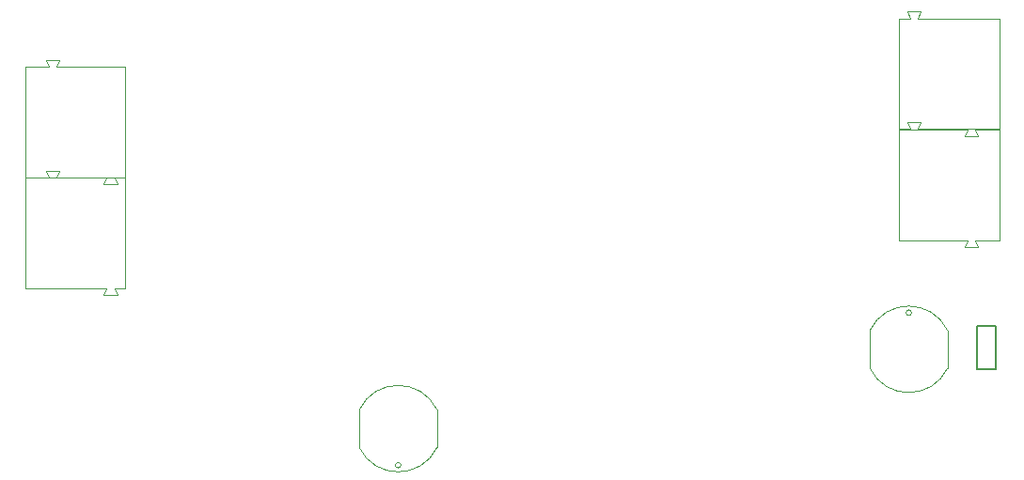
<source format=gbr>
%TF.GenerationSoftware,Altium Limited,Altium Designer,21.6.4 (81)*%
G04 Layer_Color=16711935*
%FSLAX43Y43*%
%MOMM*%
%TF.SameCoordinates,100B324C-8CEB-4A13-B8D1-7C84912F4746*%
%TF.FilePolarity,Positive*%
%TF.FileFunction,Other,Top_3D_Body*%
%TF.Part,Single*%
G01*
G75*
%TA.AperFunction,NonConductor*%
%ADD77C,0.200*%
%ADD107C,0.100*%
D77*
X87186Y10369D02*
Y14269D01*
X88886D01*
Y10369D02*
Y14269D01*
X87186Y10369D02*
X88886D01*
D107*
X35353Y1719D02*
G03*
X35353Y1719I-250J0D01*
G01*
X38603Y6719D02*
G03*
X31603Y6719I-3500J-1684D01*
G01*
Y3319D02*
G03*
X38603Y3319I3500J1684D01*
G01*
X84577Y13867D02*
G03*
X77577Y13867I-3500J-1684D01*
G01*
Y10467D02*
G03*
X84577Y10467I3500J1684D01*
G01*
X81327Y15467D02*
G03*
X81327Y15467I-250J0D01*
G01*
X31603Y3319D02*
Y6719D01*
X38603Y3319D02*
Y6719D01*
X77577Y10467D02*
Y13867D01*
X84577Y10467D02*
Y13867D01*
X8600Y17071D02*
X8850Y17671D01*
X8600Y17071D02*
X9800D01*
X9550Y17671D02*
X9800Y17071D01*
X4350Y27671D02*
X4600Y28271D01*
X3400D02*
X3650Y27671D01*
X3400Y28271D02*
X4600D01*
X4350Y27671D02*
X10500D01*
X1500D02*
X3650D01*
X1500Y17671D02*
Y27671D01*
X10500Y17671D02*
Y27671D01*
X9550Y17671D02*
X10500D01*
X1500D02*
X8850D01*
X8600Y27075D02*
X8850Y27675D01*
X8600Y27075D02*
X9800D01*
X9550Y27675D02*
X9800Y27075D01*
X4350Y37675D02*
X4600Y38275D01*
X3400D02*
X3650Y37675D01*
X3400Y38275D02*
X4600D01*
X4350Y37675D02*
X10500D01*
X1500D02*
X3650D01*
X1500Y27675D02*
Y37675D01*
X10500Y27675D02*
Y37675D01*
X9550Y27675D02*
X10500D01*
X1500D02*
X8850D01*
X81884Y41997D02*
X89234D01*
X80234D02*
X81184D01*
X80234Y31997D02*
Y41997D01*
X89234Y31997D02*
Y41997D01*
X87084Y31997D02*
X89234D01*
X80234D02*
X86384D01*
X86134Y31397D02*
X87334D01*
X87085Y31997D02*
X87334Y31397D01*
X86134D02*
X86384Y31997D01*
X80935Y42597D02*
X81184Y41997D01*
X80935Y42597D02*
X82135D01*
X81885Y41997D02*
X82135Y42597D01*
X81884Y32015D02*
X89234D01*
X80234D02*
X81184D01*
X80234Y22015D02*
Y32015D01*
X89234Y22015D02*
Y32015D01*
X87084Y22015D02*
X89234D01*
X80234D02*
X86384D01*
X86134Y21415D02*
X87334D01*
X87085Y22015D02*
X87334Y21415D01*
X86134D02*
X86384Y22015D01*
X80935Y32615D02*
X81184Y32015D01*
X80935Y32615D02*
X82135D01*
X81885Y32015D02*
X82135Y32615D01*
%TF.MD5,e0fe5371aaf83200a4ddd662f69b89bd*%
M02*

</source>
